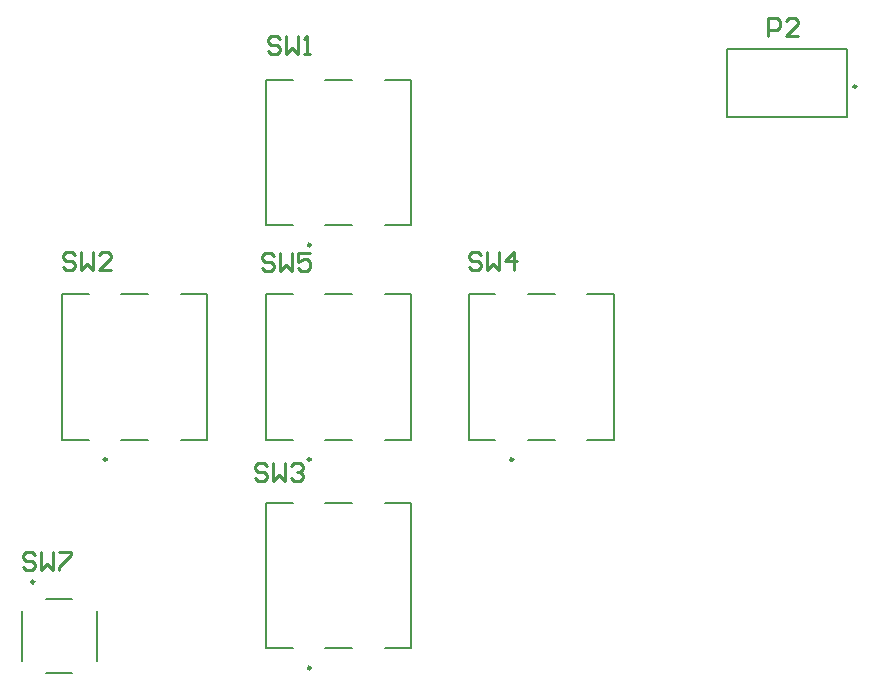
<source format=gbr>
%TF.GenerationSoftware,Altium Limited,Altium Designer,20.2.7 (254)*%
G04 Layer_Color=65535*
%FSLAX26Y26*%
%MOIN*%
%TF.SameCoordinates,9B8E3E2B-FE8D-437B-BC4F-748A5F5A7EBC*%
%TF.FilePolarity,Positive*%
%TF.FileFunction,Legend,Top*%
%TF.Part,Single*%
G01*
G75*
%TA.AperFunction,NonConductor*%
%ADD12C,0.010000*%
%ADD36C,0.009842*%
%ADD37C,0.007874*%
D12*
X166987Y553984D02*
X156990Y563981D01*
X136997D01*
X127000Y553984D01*
Y543987D01*
X136997Y533990D01*
X156990D01*
X166987Y523994D01*
Y513997D01*
X156990Y504000D01*
X136997D01*
X127000Y513997D01*
X186981Y563981D02*
Y504000D01*
X206974Y523994D01*
X226968Y504000D01*
Y563981D01*
X246961D02*
X286948D01*
Y553984D01*
X246961Y513997D01*
Y504000D01*
X300013Y1554994D02*
X290016Y1564990D01*
X270023D01*
X260026Y1554994D01*
Y1544997D01*
X270023Y1535000D01*
X290016D01*
X300013Y1525003D01*
Y1515006D01*
X290016Y1505010D01*
X270023D01*
X260026Y1515006D01*
X320007Y1564990D02*
Y1505010D01*
X340000Y1525003D01*
X359994Y1505010D01*
Y1564990D01*
X419974Y1505010D02*
X379987D01*
X419974Y1544997D01*
Y1554994D01*
X409977Y1564990D01*
X389984D01*
X379987Y1554994D01*
X940013Y849994D02*
X930016Y859990D01*
X910023D01*
X900026Y849994D01*
Y839997D01*
X910023Y830000D01*
X930016D01*
X940013Y820003D01*
Y810006D01*
X930016Y800010D01*
X910023D01*
X900026Y810006D01*
X960006Y859990D02*
Y800010D01*
X980000Y820003D01*
X999994Y800010D01*
Y859990D01*
X1019987Y849994D02*
X1029984Y859990D01*
X1049977D01*
X1059974Y849994D01*
Y839997D01*
X1049977Y830000D01*
X1039981D01*
X1049977D01*
X1059974Y820003D01*
Y810006D01*
X1049977Y800010D01*
X1029984D01*
X1019987Y810006D01*
X965013Y1549994D02*
X955016Y1559990D01*
X935023D01*
X925026Y1549994D01*
Y1539997D01*
X935023Y1530000D01*
X955016D01*
X965013Y1520003D01*
Y1510006D01*
X955016Y1500010D01*
X935023D01*
X925026Y1510006D01*
X985006Y1559990D02*
Y1500010D01*
X1005000Y1520003D01*
X1024994Y1500010D01*
Y1559990D01*
X1084974D02*
X1044987D01*
Y1530000D01*
X1064981Y1539997D01*
X1074977D01*
X1084974Y1530000D01*
Y1510006D01*
X1074977Y1500010D01*
X1054984D01*
X1044987Y1510006D01*
X985010Y2274994D02*
X975013Y2284990D01*
X955019D01*
X945023Y2274994D01*
Y2264997D01*
X955019Y2255000D01*
X975013D01*
X985010Y2245003D01*
Y2235006D01*
X975013Y2225010D01*
X955019D01*
X945023Y2235006D01*
X1005003Y2284990D02*
Y2225010D01*
X1024997Y2245003D01*
X1044990Y2225010D01*
Y2284990D01*
X1064984Y2225010D02*
X1084977D01*
X1074981D01*
Y2284990D01*
X1064984Y2274994D01*
X1654987Y1552984D02*
X1644990Y1562981D01*
X1624997D01*
X1615000Y1552984D01*
Y1542987D01*
X1624997Y1532990D01*
X1644990D01*
X1654987Y1522994D01*
Y1512997D01*
X1644990Y1503000D01*
X1624997D01*
X1615000Y1512997D01*
X1674981Y1562981D02*
Y1503000D01*
X1694974Y1522994D01*
X1714968Y1503000D01*
Y1562981D01*
X1764951Y1503000D02*
Y1562981D01*
X1734961Y1532990D01*
X1774948D01*
X2610016Y2285010D02*
Y2344990D01*
X2640006D01*
X2650003Y2334994D01*
Y2315000D01*
X2640006Y2305003D01*
X2610016D01*
X2709984Y2285010D02*
X2669997D01*
X2709984Y2324997D01*
Y2334994D01*
X2699987Y2344990D01*
X2679994D01*
X2669997Y2334994D01*
D36*
X2905669Y2115000D02*
G03*
X2905669Y2115000I-5000J0D01*
G01*
X1086496Y176929D02*
G03*
X1086496Y176929I-4921J0D01*
G01*
X406496Y871929D02*
G03*
X406496Y871929I-4921J0D01*
G01*
X1086496D02*
G03*
X1086496Y871929I-4921J0D01*
G01*
Y1586929D02*
G03*
X1086496Y1586929I-4921J0D01*
G01*
X1761496Y871929D02*
G03*
X1761496Y871929I-4921J0D01*
G01*
X164921Y464055D02*
G03*
X164921Y464055I-4921J0D01*
G01*
D37*
X2475000Y2240196D02*
X2875000D01*
Y2015000D02*
Y2240196D01*
X2475000Y2015000D02*
X2875000D01*
X2475000D02*
Y2240196D01*
X937874Y242874D02*
Y727126D01*
X1332558D02*
X1422126D01*
X1135708D02*
X1224292D01*
X937874D02*
X1027440D01*
X1422126Y242874D02*
Y727126D01*
X1332558Y242874D02*
X1422126D01*
X1135708D02*
X1224292D01*
X937874D02*
X1027440D01*
X257874Y937874D02*
X347442D01*
X455710D02*
X544292D01*
X652560D02*
X742126D01*
Y1422126D01*
X257874D02*
X347442D01*
X455710D02*
X544292D01*
X652560D02*
X742126D01*
X257874Y937874D02*
Y1422126D01*
X937874Y937874D02*
X1027442D01*
X1135710D02*
X1224292D01*
X1332560D02*
X1422126D01*
Y1422126D01*
X937874D02*
X1027442D01*
X1135710D02*
X1224292D01*
X1332560D02*
X1422126D01*
X937874Y937874D02*
Y1422126D01*
Y1652874D02*
X1027442D01*
X1135710D02*
X1224292D01*
X1332560D02*
X1422126D01*
Y2137126D01*
X937874D02*
X1027442D01*
X1135710D02*
X1224292D01*
X1332560D02*
X1422126D01*
X937874Y1652874D02*
Y2137126D01*
X1612874Y937874D02*
X1702442D01*
X1810710D02*
X1899292D01*
X2007560D02*
X2097126D01*
Y1422126D01*
X1612874D02*
X1702442D01*
X1810710D02*
X1899292D01*
X2007560D02*
X2097126D01*
X1612874Y937874D02*
Y1422126D01*
X124568Y200276D02*
Y365630D01*
X205276Y158938D02*
X291890D01*
X372598Y200276D02*
Y365630D01*
X205276Y406968D02*
X291890D01*
%TF.MD5,8231cce17ef209253b7eda8172314f28*%
M02*

</source>
